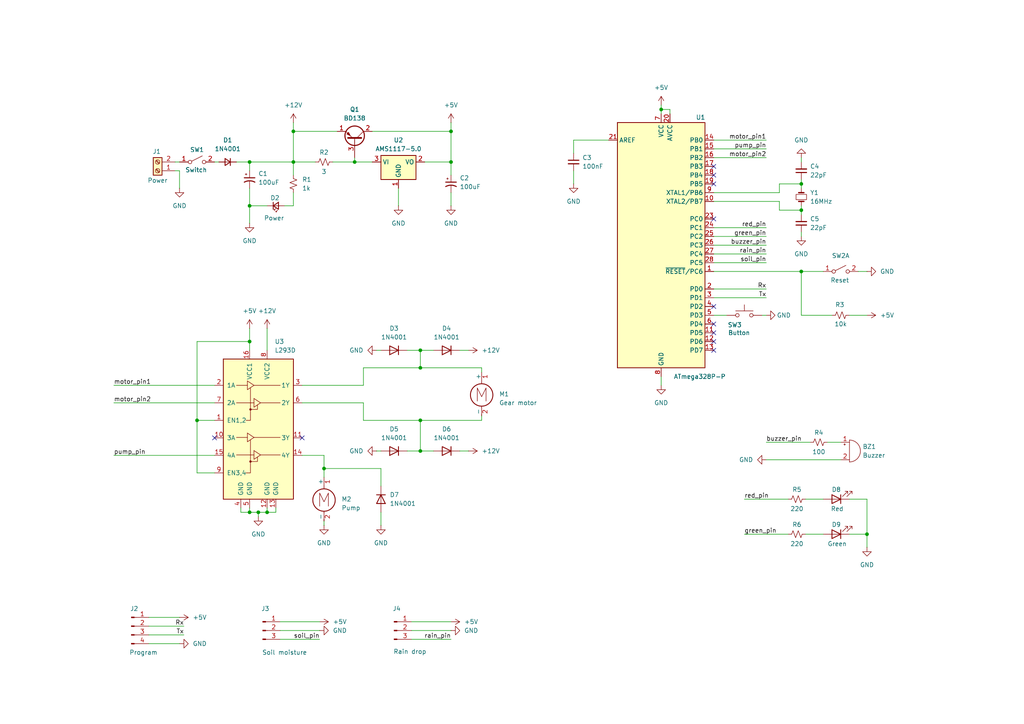
<source format=kicad_sch>
(kicad_sch (version 20231120) (generator "eeschema") (generator_version "8.0")
  (paper "A4")
  (lib_symbols
    (symbol "Connector:Conn_01x03_Pin" (pin_names (offset 1.016) hide)
      (property "Reference" "J" (at 0 5.08 0))
      (property "Value" "Conn_01x03_Pin" (at 0 -5.08 0))
      (symbol "Conn_01x03_Pin_1_1"
        (polyline (pts (xy 1.27 -2.54) (xy 0.8636 -2.54)) (stroke (width 0.1524)))
        (polyline (pts (xy 1.27 0) (xy 0.8636 0)) (stroke (width 0.1524)))
        (polyline (pts (xy 1.27 2.54) (xy 0.8636 2.54)) (stroke (width 0.1524)))
        (rectangle (start 0.8636 -2.413) (end 0 -2.667) (stroke (width 0.1524)) (fill (type outline)))
        (rectangle (start 0.8636 0.127) (end 0 -0.127) (stroke (width 0.1524)) (fill (type outline)))
        (rectangle (start 0.8636 2.667) (end 0 2.413) (stroke (width 0.1524)) (fill (type outline)))
        (pin passive line (at 5.08 2.54 180) (length 3.81) (name "Pin_1") (number "1"))
        (pin passive line (at 5.08 0 180) (length 3.81) (name "Pin_2") (number "2"))
        (pin passive line (at 5.08 -2.54 180) (length 3.81) (name "Pin_3") (number "3"))
      )
    )
    (symbol "Connector:Conn_01x04_Pin" (pin_names (offset 1.016) hide)
      (property "Reference" "J" (at 0 5.08 0))
      (property "Value" "Conn_01x04_Pin" (at 0 -7.62 0))
      (symbol "Conn_01x04_Pin_1_1"
        (polyline (pts (xy 1.27 -5.08) (xy 0.8636 -5.08)) (stroke (width 0.1524)))
        (polyline (pts (xy 1.27 -2.54) (xy 0.8636 -2.54)) (stroke (width 0.1524)))
        (polyline (pts (xy 1.27 0) (xy 0.8636 0)) (stroke (width 0.1524)))
        (polyline (pts (xy 1.27 2.54) (xy 0.8636 2.54)) (stroke (width 0.1524)))
        (rectangle (start 0.8636 -4.953) (end 0 -5.207) (stroke (width 0.1524)) (fill (type outline)))
        (rectangle (start 0.8636 -2.413) (end 0 -2.667) (stroke (width 0.1524)) (fill (type outline)))
        (rectangle (start 0.8636 0.127) (end 0 -0.127) (stroke (width 0.1524)) (fill (type outline)))
        (rectangle (start 0.8636 2.667) (end 0 2.413) (stroke (width 0.1524)) (fill (type outline)))
        (pin passive line (at 5.08 2.54 180) (length 3.81) (name "Pin_1") (number "1"))
        (pin passive line (at 5.08 0 180) (length 3.81) (name "Pin_2") (number "2"))
        (pin passive line (at 5.08 -2.54 180) (length 3.81) (name "Pin_3") (number "3"))
        (pin passive line (at 5.08 -5.08 180) (length 3.81) (name "Pin_4") (number "4"))
      )
    )
    (symbol "Connector:Screw_Terminal_01x02" (pin_names (offset 1.016) hide)
      (property "Reference" "J" (at 0 2.54 0))
      (property "Value" "Screw_Terminal_01x02" (at 0 -5.08 0))
      (symbol "Screw_Terminal_01x02_1_1"
        (rectangle (start -1.27 1.27) (end 1.27 -3.81) (stroke (width 0.254)) (fill (type background)))
        (circle (center 0 -2.54) (radius 0.635) (stroke (width 0.1524)))
        (polyline (pts (xy -0.5334 -2.2098) (xy 0.3302 -3.048)) (stroke (width 0.1524)))
        (polyline (pts (xy -0.5334 0.3302) (xy 0.3302 -0.508)) (stroke (width 0.1524)))
        (polyline (pts (xy -0.3556 -2.032) (xy 0.508 -2.8702)) (stroke (width 0.1524)))
        (polyline (pts (xy -0.3556 0.508) (xy 0.508 -0.3302)) (stroke (width 0.1524)))
        (circle (center 0 0) (radius 0.635) (stroke (width 0.1524)))
        (pin passive line (at -5.08 0 0) (length 3.81) (name "Pin_1") (number "1"))
        (pin passive line (at -5.08 -2.54 0) (length 3.81) (name "Pin_2") (number "2"))
      )
    )
    (symbol "Device:Buzzer" (pin_names (offset 0.0254) hide)
      (property "Reference" "BZ" (at 3.81 1.27 0))
      (property "Value" "Buzzer" (at 3.81 -1.27 0))
      (symbol "Buzzer_0_1"
        (arc (start 0 -3.175) (mid 3.1612 0) (end 0 3.175))
        (polyline (pts (xy -1.651 1.905) (xy -1.143 1.905)))
        (polyline (pts (xy -1.397 2.159) (xy -1.397 1.651)))
        (polyline (pts (xy 0 3.175) (xy 0 -3.175)))
      )
      (symbol "Buzzer_1_1"
        (pin passive line (at -2.54 2.54 0) (length 2.54) (name "+") (number "1"))
        (pin passive line (at -2.54 -2.54 0) (length 2.54) (name "-") (number "2"))
      )
    )
    (symbol "Device:C_Polarized_Small_US" (pin_numbers hide) (pin_names (offset 0.254) hide)
      (property "Reference" "C" (at 0.254 1.778 0))
      (property "Value" "C_Polarized_Small_US" (at 0.254 -2.032 0))
      (symbol "C_Polarized_Small_US_0_1"
        (polyline (pts (xy -1.524 0.508) (xy 1.524 0.508)) (stroke (width 0.3048)))
        (polyline (pts (xy -1.27 1.524) (xy -0.762 1.524)))
        (polyline (pts (xy -1.016 1.27) (xy -1.016 1.778)))
        (arc (start 1.524 -0.762) (mid 0 -0.3734) (end -1.524 -0.762) (stroke (width 0.3048)))
      )
      (symbol "C_Polarized_Small_US_1_1"
        (pin passive line (at 0 2.54 270) (length 2.032) (name "~") (number "1"))
        (pin passive line (at 0 -2.54 90) (length 2.032) (name "~") (number "2"))
      )
    )
    (symbol "Device:C_Small" (pin_numbers hide) (pin_names (offset 0.254) hide)
      (property "Reference" "C" (at 0.254 1.778 0))
      (property "Value" "C_Small" (at 0.254 -2.032 0))
      (symbol "C_Small_0_1"
        (polyline (pts (xy -1.524 -0.508) (xy 1.524 -0.508)) (stroke (width 0.3302)))
        (polyline (pts (xy -1.524 0.508) (xy 1.524 0.508)) (stroke (width 0.3048)))
      )
      (symbol "C_Small_1_1"
        (pin passive line (at 0 2.54 270) (length 2.032) (name "~") (number "1"))
        (pin passive line (at 0 -2.54 90) (length 2.032) (name "~") (number "2"))
      )
    )
    (symbol "Device:Crystal_Small" (pin_numbers hide) (pin_names (offset 1.016) hide)
      (property "Reference" "Y" (at 0 2.54 0))
      (property "Value" "Crystal_Small" (at 0 -2.54 0))
      (symbol "Crystal_Small_0_1"
        (rectangle (start -0.762 -1.524) (end 0.762 1.524))
        (polyline (pts (xy -1.27 -0.762) (xy -1.27 0.762)) (stroke (width 0.381)))
        (polyline (pts (xy 1.27 -0.762) (xy 1.27 0.762)) (stroke (width 0.381)))
      )
      (symbol "Crystal_Small_1_1"
        (pin passive line (at -2.54 0 0) (length 1.27) (name "1") (number "1"))
        (pin passive line (at 2.54 0 180) (length 1.27) (name "2") (number "2"))
      )
    )
    (symbol "Device:D_Small" (pin_numbers hide) (pin_names (offset 0.254) hide)
      (property "Reference" "D" (at -1.27 2.032 0))
      (property "Value" "D_Small" (at -3.81 -2.032 0))
      (symbol "D_Small_0_1"
        (polyline (pts (xy -0.762 -1.016) (xy -0.762 1.016)) (stroke (width 0.254)))
        (polyline (pts (xy -0.762 0) (xy 0.762 0)))
        (polyline (pts (xy 0.762 -1.016) (xy -0.762 0) (xy 0.762 1.016) (xy 0.762 -1.016)) (stroke (width 0.254)))
      )
      (symbol "D_Small_1_1"
        (pin passive line (at -2.54 0 0) (length 1.778) (name "K") (number "1"))
        (pin passive line (at 2.54 0 180) (length 1.778) (name "A") (number "2"))
      )
    )
    (symbol "Device:LED" (pin_numbers hide) (pin_names (offset 1.016) hide)
      (property "Reference" "D" (at 0 2.54 0))
      (property "Value" "LED" (at 0 -2.54 0))
      (symbol "LED_0_1"
        (polyline (pts (xy -1.27 -1.27) (xy -1.27 1.27)) (stroke (width 0.254)))
        (polyline (pts (xy -1.27 0) (xy 1.27 0)))
        (polyline (pts (xy 1.27 -1.27) (xy 1.27 1.27) (xy -1.27 0) (xy 1.27 -1.27)) (stroke (width 0.254)))
        (polyline (pts (xy -3.048 -0.762) (xy -4.572 -2.286) (xy -3.81 -2.286) (xy -4.572 -2.286) (xy -4.572 -1.524)))
        (polyline (pts (xy -1.778 -0.762) (xy -3.302 -2.286) (xy -2.54 -2.286) (xy -3.302 -2.286) (xy -3.302 -1.524)))
      )
      (symbol "LED_1_1"
        (pin passive line (at -3.81 0 0) (length 2.54) (name "K") (number "1"))
        (pin passive line (at 3.81 0 180) (length 2.54) (name "A") (number "2"))
      )
    )
    (symbol "Device:LED_Small" (pin_numbers hide) (pin_names (offset 0.254) hide)
      (property "Reference" "D" (at -1.27 3.175 0))
      (property "Value" "LED_Small" (at -4.445 -2.54 0))
      (symbol "LED_Small_0_1"
        (polyline (pts (xy -0.762 -1.016) (xy -0.762 1.016)) (stroke (width 0.254)))
        (polyline (pts (xy 1.016 0) (xy -0.762 0)))
        (polyline (pts (xy 0.762 -1.016) (xy -0.762 0) (xy 0.762 1.016) (xy 0.762 -1.016)) (stroke (width 0.254)))
        (polyline (pts (xy 0 0.762) (xy -0.508 1.27) (xy -0.254 1.27) (xy -0.508 1.27) (xy -0.508 1.016)))
        (polyline (pts (xy 0.508 1.27) (xy 0 1.778) (xy 0.254 1.778) (xy 0 1.778) (xy 0 1.524)))
      )
      (symbol "LED_Small_1_1"
        (pin passive line (at -2.54 0 0) (length 1.778) (name "K") (number "1"))
        (pin passive line (at 2.54 0 180) (length 1.778) (name "A") (number "2"))
      )
    )
    (symbol "Device:R_Small_US" (pin_numbers hide) (pin_names (offset 0.254) hide)
      (property "Reference" "R" (at 0.762 0.508 0))
      (property "Value" "R_Small_US" (at 0.762 -1.016 0))
      (symbol "R_Small_US_1_1"
        (polyline (pts (xy 0 0) (xy 1.016 -0.381) (xy 0 -0.762) (xy -1.016 -1.143) (xy 0 -1.524)))
        (polyline (pts (xy 0 1.524) (xy 1.016 1.143) (xy 0 0.762) (xy -1.016 0.381) (xy 0 0)))
        (pin passive line (at 0 2.54 270) (length 1.016) (name "~") (number "1"))
        (pin passive line (at 0 -2.54 90) (length 1.016) (name "~") (number "2"))
      )
    )
    (symbol "Diode:1N4001" (pin_numbers hide) (pin_names hide)
      (property "Reference" "D" (at 0 2.54 0))
      (property "Value" "1N4001" (at 0 -2.54 0))
      (symbol "1N4001_0_1"
        (polyline (pts (xy -1.27 1.27) (xy -1.27 -1.27)) (stroke (width 0.254)))
        (polyline (pts (xy 1.27 0) (xy -1.27 0)))
        (polyline (pts (xy 1.27 1.27) (xy 1.27 -1.27) (xy -1.27 0) (xy 1.27 1.27)) (stroke (width 0.254)))
      )
      (symbol "1N4001_1_1"
        (pin passive line (at -3.81 0 0) (length 2.54) (name "K") (number "1"))
        (pin passive line (at 3.81 0 180) (length 2.54) (name "A") (number "2"))
      )
    )
    (symbol "Driver_Motor:L293D" (pin_names (offset 1.016))
      (property "Reference" "U" (at -5.08 26.035 0))
      (property "Value" "L293D" (at -5.08 24.13 0))
      (symbol "L293D_0_1"
        (rectangle (start -10.16 22.86) (end 10.16 -17.78) (stroke (width 0.254)) (fill (type background)))
        (circle (center -2.286 -6.858) (radius 0.254) (fill (type outline)))
        (circle (center -2.286 8.255) (radius 0.254) (fill (type outline)))
        (polyline (pts (xy -6.35 -4.953) (xy -1.27 -4.953)))
        (polyline (pts (xy -6.35 0.127) (xy -3.175 0.127)))
        (polyline (pts (xy -6.35 10.16) (xy -1.27 10.16)))
        (polyline (pts (xy -6.35 15.24) (xy -3.175 15.24)))
        (polyline (pts (xy -1.27 0.127) (xy 6.35 0.127)))
        (polyline (pts (xy -1.27 15.24) (xy 6.35 15.24)))
        (polyline (pts (xy 0.635 -4.953) (xy 6.35 -4.953)))
        (polyline (pts (xy 0.635 10.16) (xy 6.35 10.16)))
        (polyline (pts (xy -2.286 -6.858) (xy -0.254 -6.858) (xy -0.254 -5.588)))
        (polyline (pts (xy -2.286 -0.635) (xy -2.286 -10.16) (xy -3.556 -10.16)))
        (polyline (pts (xy -2.286 8.255) (xy -0.254 8.255) (xy -0.254 9.525)))
        (polyline (pts (xy -2.286 14.478) (xy -2.286 5.08) (xy -3.556 5.08)))
        (polyline (pts (xy -3.175 1.397) (xy -3.175 -1.143) (xy -1.27 0.127) (xy -3.175 1.397)))
        (polyline (pts (xy -3.175 16.51) (xy -3.175 13.97) (xy -1.27 15.24) (xy -3.175 16.51)))
        (polyline (pts (xy -1.27 -3.683) (xy -1.27 -6.223) (xy 0.635 -4.953) (xy -1.27 -3.683)))
        (polyline (pts (xy -1.27 11.43) (xy -1.27 8.89) (xy 0.635 10.16) (xy -1.27 11.43)))
      )
      (symbol "L293D_1_1"
        (pin input line (at -12.7 5.08 0) (length 2.54) (name "EN1,2") (number "1"))
        (pin input line (at -12.7 0 0) (length 2.54) (name "3A") (number "10"))
        (pin output line (at 12.7 0 180) (length 2.54) (name "3Y") (number "11"))
        (pin power_in line (at 2.54 -20.32 90) (length 2.54) (name "GND") (number "12"))
        (pin power_in line (at 5.08 -20.32 90) (length 2.54) (name "GND") (number "13"))
        (pin output line (at 12.7 -5.08 180) (length 2.54) (name "4Y") (number "14"))
        (pin input line (at -12.7 -5.08 0) (length 2.54) (name "4A") (number "15"))
        (pin power_in line (at -2.54 25.4 270) (length 2.54) (name "VCC1") (number "16"))
        (pin input line (at -12.7 15.24 0) (length 2.54) (name "1A") (number "2"))
        (pin output line (at 12.7 15.24 180) (length 2.54) (name "1Y") (number "3"))
        (pin power_in line (at -5.08 -20.32 90) (length 2.54) (name "GND") (number "4"))
        (pin power_in line (at -2.54 -20.32 90) (length 2.54) (name "GND") (number "5"))
        (pin output line (at 12.7 10.16 180) (length 2.54) (name "2Y") (number "6"))
        (pin input line (at -12.7 10.16 0) (length 2.54) (name "2A") (number "7"))
        (pin power_in line (at 2.54 25.4 270) (length 2.54) (name "VCC2") (number "8"))
        (pin input line (at -12.7 -10.16 0) (length 2.54) (name "EN3,4") (number "9"))
      )
    )
    (symbol "MCU_Microchip_ATmega:ATmega328P-P"
      (property "Reference" "U" (at -12.7 36.83 0))
      (property "Value" "ATmega328P-P" (at 2.54 -36.83 0))
      (symbol "ATmega328P-P_0_1"
        (rectangle (start -12.7 -35.56) (end 12.7 35.56) (stroke (width 0.254)) (fill (type background)))
      )
      (symbol "ATmega328P-P_1_1"
        (pin bidirectional line (at 15.24 -7.62 180) (length 2.54) (name "~{RESET}/PC6") (number "1"))
        (pin bidirectional line (at 15.24 12.7 180) (length 2.54) (name "XTAL2/PB7") (number "10"))
        (pin bidirectional line (at 15.24 -25.4 180) (length 2.54) (name "PD5") (number "11"))
        (pin bidirectional line (at 15.24 -27.94 180) (length 2.54) (name "PD6") (number "12"))
        (pin bidirectional line (at 15.24 -30.48 180) (length 2.54) (name "PD7") (number "13"))
        (pin bidirectional line (at 15.24 30.48 180) (length 2.54) (name "PB0") (number "14"))
        (pin bidirectional line (at 15.24 27.94 180) (length 2.54) (name "PB1") (number "15"))
        (pin bidirectional line (at 15.24 25.4 180) (length 2.54) (name "PB2") (number "16"))
        (pin bidirectional line (at 15.24 22.86 180) (length 2.54) (name "PB3") (number "17"))
        (pin bidirectional line (at 15.24 20.32 180) (length 2.54) (name "PB4") (number "18"))
        (pin bidirectional line (at 15.24 17.78 180) (length 2.54) (name "PB5") (number "19"))
        (pin bidirectional line (at 15.24 -12.7 180) (length 2.54) (name "PD0") (number "2"))
        (pin power_in line (at 2.54 38.1 270) (length 2.54) (name "AVCC") (number "20"))
        (pin passive line (at -15.24 30.48 0) (length 2.54) (name "AREF") (number "21"))
        (pin passive line (at 0 -38.1 90) (length 2.54) hide (name "GND") (number "22"))
        (pin bidirectional line (at 15.24 7.62 180) (length 2.54) (name "PC0") (number "23"))
        (pin bidirectional line (at 15.24 5.08 180) (length 2.54) (name "PC1") (number "24"))
        (pin bidirectional line (at 15.24 2.54 180) (length 2.54) (name "PC2") (number "25"))
        (pin bidirectional line (at 15.24 0 180) (length 2.54) (name "PC3") (number "26"))
        (pin bidirectional line (at 15.24 -2.54 180) (length 2.54) (name "PC4") (number "27"))
        (pin bidirectional line (at 15.24 -5.08 180) (length 2.54) (name "PC5") (number "28"))
        (pin bidirectional line (at 15.24 -15.24 180) (length 2.54) (name "PD1") (number "3"))
        (pin bidirectional line (at 15.24 -17.78 180) (length 2.54) (name "PD2") (number "4"))
        (pin bidirectional line (at 15.24 -20.32 180) (length 2.54) (name "PD3") (number "5"))
        (pin bidirectional line (at 15.24 -22.86 180) (length 2.54) (name "PD4") (number "6"))
        (pin power_in line (at 0 38.1 270) (length 2.54) (name "VCC") (number "7"))
        (pin power_in line (at 0 -38.1 90) (length 2.54) (name "GND") (number "8"))
        (pin bidirectional line (at 15.24 15.24 180) (length 2.54) (name "XTAL1/PB6") (number "9"))
      )
    )
    (symbol "Motor:Motor_DC" (pin_names (offset 0))
      (property "Reference" "M" (at 2.54 2.54 0))
      (property "Value" "Motor_DC" (at 2.54 -5.08 0))
      (symbol "Motor_DC_0_0"
        (polyline (pts (xy -1.27 -3.302) (xy -1.27 0.508) (xy 0 -2.032) (xy 1.27 0.508) (xy 1.27 -3.302)))
      )
      (symbol "Motor_DC_0_1"
        (circle (center 0 -1.524) (radius 3.2512) (stroke (width 0.254)))
        (polyline (pts (xy 0 -7.62) (xy 0 -7.112)))
        (polyline (pts (xy 0 -4.7752) (xy 0 -5.1816)))
        (polyline (pts (xy 0 1.7272) (xy 0 2.0828)))
        (polyline (pts (xy 0 2.032) (xy 0 2.54)))
      )
      (symbol "Motor_DC_1_1"
        (pin passive line (at 0 5.08 270) (length 2.54) (name "+") (number "1"))
        (pin passive line (at 0 -7.62 90) (length 2.54) (name "-") (number "2"))
      )
    )
    (symbol "Regulator_Linear:AMS1117-5.0"
      (property "Reference" "U" (at -3.81 3.175 0))
      (property "Value" "AMS1117-5.0" (at 0 3.175 0))
      (symbol "AMS1117-5.0_0_1"
        (rectangle (start -5.08 -5.08) (end 5.08 1.905) (stroke (width 0.254)) (fill (type background)))
      )
      (symbol "AMS1117-5.0_1_1"
        (pin power_in line (at 0 -7.62 90) (length 2.54) (name "GND") (number "1"))
        (pin power_out line (at 7.62 0 180) (length 2.54) (name "VO") (number "2"))
        (pin power_in line (at -7.62 0 0) (length 2.54) (name "VI") (number "3"))
      )
    )
    (symbol "Switch:SW_DPST_x2" (pin_names (offset 0) hide)
      (property "Reference" "SW" (at 0 3.175 0))
      (property "Value" "SW_DPST_x2" (at 0 -2.54 0))
      (symbol "SW_DPST_x2_0_0"
        (circle (center -2.032 0) (radius 0.508))
        (polyline (pts (xy -1.524 0.254) (xy 1.524 1.778)))
        (circle (center 2.032 0) (radius 0.508))
      )
      (symbol "SW_DPST_x2_1_1"
        (pin passive line (at -5.08 0 0) (length 2.54) (name "A") (number "1"))
        (pin passive line (at 5.08 0 180) (length 2.54) (name "B") (number "2"))
      )
      (symbol "SW_DPST_x2_2_1"
        (pin passive line (at -5.08 0 0) (length 2.54) (name "A") (number "3"))
        (pin passive line (at 5.08 0 180) (length 2.54) (name "B") (number "4"))
      )
    )
    (symbol "Switch:SW_Push" (pin_numbers hide) (pin_names (offset 1.016) hide)
      (property "Reference" "SW" (at 1.27 2.54 0))
      (property "Value" "SW_Push" (at 0 -1.524 0))
      (symbol "SW_Push_0_1"
        (circle (center -2.032 0) (radius 0.508))
        (polyline (pts (xy 0 1.27) (xy 0 3.048)))
        (polyline (pts (xy 2.54 1.27) (xy -2.54 1.27)))
        (circle (center 2.032 0) (radius 0.508))
        (pin passive line (at -5.08 0 0) (length 2.54) (name "1") (number "1"))
        (pin passive line (at 5.08 0 180) (length 2.54) (name "2") (number "2"))
      )
    )
    (symbol "Switch:SW_SPST" (pin_names (offset 0) hide)
      (property "Reference" "SW" (at 0 3.175 0))
      (property "Value" "SW_SPST" (at 0 -2.54 0))
      (symbol "SW_SPST_0_0"
        (circle (center -2.032 0) (radius 0.508))
        (polyline (pts (xy -1.524 0.254) (xy 1.524 1.778)))
        (circle (center 2.032 0) (radius 0.508))
      )
      (symbol "SW_SPST_1_1"
        (pin passive line (at -5.08 0 0) (length 2.54) (name "A") (number "1"))
        (pin passive line (at 5.08 0 180) (length 2.54) (name "B") (number "2"))
      )
    )
    (symbol "Transistor_BJT:BD138" (pin_names (offset 0) hide)
      (property "Reference" "Q" (at 5.08 1.905 0))
      (property "Value" "BD138" (at 5.08 0 0))
      (symbol "BD138_0_1"
        (polyline (pts (xy 0 0) (xy 0.635 0)))
        (polyline (pts (xy 2.54 -2.54) (xy 0.635 -0.635)))
        (polyline (pts (xy 2.54 2.54) (xy 0.635 0.635)))
        (polyline (pts (xy 0.635 1.905) (xy 0.635 -1.905) (xy 0.635 -1.905)) (stroke (width 0.508)) (fill (type outline)))
        (polyline (pts (xy 1.778 -2.286) (xy 2.286 -1.778) (xy 1.27 -1.27) (xy 1.778 -2.286) (xy 1.778 -2.286)) (fill (type outline)))
        (circle (center 1.27 0) (radius 2.8194) (stroke (width 0.3048)))
      )
      (symbol "BD138_1_1"
        (pin passive line (at 2.54 -5.08 90) (length 2.54) (name "E") (number "1"))
        (pin passive line (at 2.54 5.08 270) (length 2.54) (name "C") (number "2"))
        (pin input line (at -5.08 0 0) (length 5.08) (name "B") (number "3"))
      )
    )
    (symbol "power:+12V" (power) (pin_numbers hide) (pin_names (offset 0) hide)
      (property "Value" "+12V" (at 0 3.556 0))
      (symbol "+12V_0_1"
        (polyline (pts (xy -0.762 1.27) (xy 0 2.54)))
        (polyline (pts (xy 0 0) (xy 0 2.54)))
        (polyline (pts (xy 0 2.54) (xy 0.762 1.27)))
      )
      (symbol "+12V_1_1"
        (pin power_in line (at 0 0 90) (length 0) (name "~") (number "1"))
      )
    )
    (symbol "power:+3.3V" (power) (pin_numbers hide) (pin_names (offset 0) hide)
      (property "Value" "+3.3V" (at 0 3.556 0))
      (symbol "+3.3V_0_1"
        (polyline (pts (xy -0.762 1.27) (xy 0 2.54)))
        (polyline (pts (xy 0 0) (xy 0 2.54)))
        (polyline (pts (xy 0 2.54) (xy 0.762 1.27)))
      )
      (symbol "+3.3V_1_1"
        (pin power_in line (at 0 0 90) (length 0) (name "~") (number "1"))
      )
    )
    (symbol "power:+5V" (power) (pin_numbers hide) (pin_names (offset 0) hide)
      (property "Value" "+5V" (at 0 3.556 0))
      (symbol "+5V_0_1"
        (polyline (pts (xy -0.762 1.27) (xy 0 2.54)))
        (polyline (pts (xy 0 0) (xy 0 2.54)))
        (polyline (pts (xy 0 2.54) (xy 0.762 1.27)))
      )
      (symbol "+5V_1_1"
        (pin power_in line (at 0 0 90) (length 0) (name "~") (number "1"))
      )
    )
    (symbol "power:GND" (power) (pin_numbers hide) (pin_names (offset 0) hide)
      (property "Value" "GND" (at 0 -3.81 0))
      (symbol "GND_0_1"
        (polyline (pts (xy 0 0) (xy 0 -1.27) (xy 1.27 -1.27) (xy 0 -2.54) (xy -1.27 -1.27) (xy 0 -1.27)))
      )
      (symbol "GND_1_1"
        (pin power_in line (at 0 0 270) (length 0) (name "~") (number "1"))
      )
    )
  )
  (junction (at 130.81 38.1))
  (junction (at 74.93 148.59))
  (junction (at 57.15 121.92))
  (junction (at 121.92 121.92))
  (junction (at 121.92 106.68))
  (junction (at 102.87 46.99))
  (junction (at 72.39 99.06))
  (junction (at 130.81 46.99))
  (junction (at 72.39 59.69))
  (junction (at 85.09 46.99))
  (junction (at 72.39 148.59))
  (junction (at 121.92 101.6))
  (junction (at 232.41 53.34))
  (junction (at 72.39 46.99))
  (junction (at 85.09 38.1))
  (junction (at 232.41 60.96))
  (junction (at 121.92 130.81))
  (junction (at 77.47 148.59))
  (junction (at 191.77 31.75))
  (junction (at 93.98 135.89))
  (junction (at 232.41 78.74))
  (junction (at 251.46 154.94))
  (no_connect (at 207.01 53.34))
  (no_connect (at 207.01 50.8))
  (no_connect (at 207.01 93.98))
  (no_connect (at 62.23 127))
  (no_connect (at 207.01 48.26))
  (no_connect (at 207.01 88.9))
  (no_connect (at 207.01 96.52))
  (no_connect (at 207.01 99.06))
  (no_connect (at 207.01 63.5))
  (no_connect (at 207.01 101.6))
  (no_connect (at 87.63 127))
  (wire (pts (xy 80.01 148.59) (xy 77.47 148.59)))
  (wire (pts (xy 226.06 58.42) (xy 226.06 60.96)))
  (wire (pts (xy 72.39 46.99) (xy 72.39 49.53)))
  (wire (pts (xy 121.92 121.92) (xy 139.7 121.92)))
  (wire (pts (xy 232.41 45.72) (xy 232.41 46.99)))
  (wire (pts (xy 43.18 186.69) (xy 52.07 186.69)))
  (wire (pts (xy 102.87 46.99) (xy 107.95 46.99)))
  (wire (pts (xy 207.01 45.72) (xy 222.25 45.72)))
  (wire (pts (xy 207.01 40.64) (xy 222.25 40.64)))
  (wire (pts (xy 105.41 106.68) (xy 105.41 111.76)))
  (wire (pts (xy 33.02 132.08) (xy 62.23 132.08)))
  (wire (pts (xy 85.09 38.1) (xy 85.09 46.99)))
  (wire (pts (xy 226.06 55.88) (xy 207.01 55.88)))
  (wire (pts (xy 121.92 121.92) (xy 121.92 130.81)))
  (wire (pts (xy 81.28 185.42) (xy 92.71 185.42)))
  (wire (pts (xy 207.01 83.82) (xy 222.25 83.82)))
  (wire (pts (xy 72.39 59.69) (xy 72.39 64.77)))
  (wire (pts (xy 72.39 95.25) (xy 72.39 99.06)))
  (wire (pts (xy 251.46 154.94) (xy 251.46 158.75)))
  (wire (pts (xy 72.39 101.6) (xy 72.39 99.06)))
  (wire (pts (xy 233.68 144.78) (xy 238.76 144.78)))
  (wire (pts (xy 232.41 53.34) (xy 232.41 54.61)))
  (wire (pts (xy 77.47 148.59) (xy 74.93 148.59)))
  (wire (pts (xy 77.47 59.69) (xy 72.39 59.69)))
  (wire (pts (xy 118.11 101.6) (xy 121.92 101.6)))
  (wire (pts (xy 133.35 130.81) (xy 135.89 130.81)))
  (wire (pts (xy 93.98 151.13) (xy 93.98 152.4)))
  (wire (pts (xy 118.11 130.81) (xy 121.92 130.81)))
  (wire (pts (xy 130.81 35.56) (xy 130.81 38.1)))
  (wire (pts (xy 176.53 40.64) (xy 166.37 40.64)))
  (wire (pts (xy 207.01 78.74) (xy 232.41 78.74)))
  (wire (pts (xy 215.9 154.94) (xy 228.6 154.94)))
  (wire (pts (xy 121.92 130.81) (xy 125.73 130.81)))
  (wire (pts (xy 57.15 137.16) (xy 62.23 137.16)))
  (wire (pts (xy 220.98 91.44) (xy 222.25 91.44)))
  (wire (pts (xy 43.18 181.61) (xy 53.34 181.61)))
  (wire (pts (xy 121.92 106.68) (xy 105.41 106.68)))
  (wire (pts (xy 248.92 78.74) (xy 251.46 78.74)))
  (wire (pts (xy 222.25 133.35) (xy 243.84 133.35)))
  (wire (pts (xy 233.68 154.94) (xy 238.76 154.94)))
  (wire (pts (xy 109.22 101.6) (xy 110.49 101.6)))
  (wire (pts (xy 119.38 180.34) (xy 130.81 180.34)))
  (wire (pts (xy 207.01 73.66) (xy 222.25 73.66)))
  (wire (pts (xy 123.19 46.99) (xy 130.81 46.99)))
  (wire (pts (xy 96.52 46.99) (xy 102.87 46.99)))
  (wire (pts (xy 139.7 121.92) (xy 139.7 120.65)))
  (wire (pts (xy 110.49 148.59) (xy 110.49 152.4)))
  (wire (pts (xy 207.01 76.2) (xy 222.25 76.2)))
  (wire (pts (xy 241.3 91.44) (xy 232.41 91.44)))
  (wire (pts (xy 207.01 66.04) (xy 222.25 66.04)))
  (wire (pts (xy 85.09 38.1) (xy 97.79 38.1)))
  (wire (pts (xy 72.39 147.32) (xy 72.39 148.59)))
  (wire (pts (xy 110.49 135.89) (xy 110.49 140.97)))
  (wire (pts (xy 121.92 101.6) (xy 125.73 101.6)))
  (wire (pts (xy 72.39 59.69) (xy 72.39 54.61)))
  (wire (pts (xy 251.46 144.78) (xy 251.46 154.94)))
  (wire (pts (xy 85.09 46.99) (xy 91.44 46.99)))
  (wire (pts (xy 246.38 144.78) (xy 251.46 144.78)))
  (wire (pts (xy 226.06 53.34) (xy 226.06 55.88)))
  (wire (pts (xy 85.09 35.56) (xy 85.09 38.1)))
  (wire (pts (xy 81.28 180.34) (xy 92.71 180.34)))
  (wire (pts (xy 77.47 147.32) (xy 77.47 148.59)))
  (wire (pts (xy 191.77 109.22) (xy 191.77 111.76)))
  (wire (pts (xy 77.47 95.25) (xy 77.47 101.6)))
  (wire (pts (xy 93.98 132.08) (xy 93.98 135.89)))
  (wire (pts (xy 139.7 107.95) (xy 139.7 106.68)))
  (wire (pts (xy 222.25 128.27) (xy 234.95 128.27)))
  (wire (pts (xy 119.38 182.88) (xy 130.81 182.88)))
  (wire (pts (xy 207.01 68.58) (xy 222.25 68.58)))
  (wire (pts (xy 82.55 59.69) (xy 85.09 59.69)))
  (wire (pts (xy 133.35 101.6) (xy 135.89 101.6)))
  (wire (pts (xy 105.41 121.92) (xy 121.92 121.92)))
  (wire (pts (xy 68.58 46.99) (xy 72.39 46.99)))
  (wire (pts (xy 232.41 59.69) (xy 232.41 60.96)))
  (wire (pts (xy 139.7 106.68) (xy 121.92 106.68)))
  (wire (pts (xy 240.03 128.27) (xy 243.84 128.27)))
  (wire (pts (xy 57.15 99.06) (xy 57.15 121.92)))
  (wire (pts (xy 80.01 147.32) (xy 80.01 148.59)))
  (wire (pts (xy 87.63 132.08) (xy 93.98 132.08)))
  (wire (pts (xy 33.02 111.76) (xy 62.23 111.76)))
  (wire (pts (xy 207.01 58.42) (xy 226.06 58.42)))
  (wire (pts (xy 52.07 49.53) (xy 52.07 54.61)))
  (wire (pts (xy 246.38 91.44) (xy 251.46 91.44)))
  (wire (pts (xy 93.98 138.43) (xy 93.98 135.89)))
  (wire (pts (xy 81.28 182.88) (xy 92.71 182.88)))
  (wire (pts (xy 87.63 111.76) (xy 105.41 111.76)))
  (wire (pts (xy 52.07 46.99) (xy 50.8 46.99)))
  (wire (pts (xy 72.39 99.06) (xy 57.15 99.06)))
  (wire (pts (xy 115.57 54.61) (xy 115.57 59.69)))
  (wire (pts (xy 232.41 52.07) (xy 232.41 53.34)))
  (wire (pts (xy 57.15 121.92) (xy 62.23 121.92)))
  (wire (pts (xy 43.18 184.15) (xy 53.34 184.15)))
  (wire (pts (xy 194.31 33.02) (xy 194.31 31.75)))
  (wire (pts (xy 130.81 46.99) (xy 130.81 50.8)))
  (wire (pts (xy 166.37 40.64) (xy 166.37 44.45)))
  (wire (pts (xy 69.85 148.59) (xy 69.85 147.32)))
  (wire (pts (xy 207.01 86.36) (xy 222.25 86.36)))
  (wire (pts (xy 166.37 49.53) (xy 166.37 53.34)))
  (wire (pts (xy 93.98 135.89) (xy 110.49 135.89)))
  (wire (pts (xy 207.01 43.18) (xy 222.25 43.18)))
  (wire (pts (xy 57.15 121.92) (xy 57.15 137.16)))
  (wire (pts (xy 62.23 46.99) (xy 63.5 46.99)))
  (wire (pts (xy 207.01 91.44) (xy 210.82 91.44)))
  (wire (pts (xy 130.81 55.88) (xy 130.81 59.69)))
  (wire (pts (xy 232.41 60.96) (xy 232.41 62.23)))
  (wire (pts (xy 52.07 49.53) (xy 50.8 49.53)))
  (wire (pts (xy 33.02 116.84) (xy 62.23 116.84)))
  (wire (pts (xy 232.41 78.74) (xy 238.76 78.74)))
  (wire (pts (xy 226.06 60.96) (xy 232.41 60.96)))
  (wire (pts (xy 215.9 144.78) (xy 228.6 144.78)))
  (wire (pts (xy 87.63 116.84) (xy 105.41 116.84)))
  (wire (pts (xy 119.38 185.42) (xy 130.81 185.42)))
  (wire (pts (xy 232.41 67.31) (xy 232.41 68.58)))
  (wire (pts (xy 43.18 179.07) (xy 52.07 179.07)))
  (wire (pts (xy 207.01 71.12) (xy 222.25 71.12)))
  (wire (pts (xy 105.41 116.84) (xy 105.41 121.92)))
  (wire (pts (xy 85.09 59.69) (xy 85.09 55.88)))
  (wire (pts (xy 74.93 148.59) (xy 74.93 149.86)))
  (wire (pts (xy 232.41 53.34) (xy 226.06 53.34)))
  (wire (pts (xy 194.31 31.75) (xy 191.77 31.75)))
  (wire (pts (xy 107.95 38.1) (xy 130.81 38.1)))
  (wire (pts (xy 246.38 154.94) (xy 251.46 154.94)))
  (wire (pts (xy 232.41 91.44) (xy 232.41 78.74)))
  (wire (pts (xy 130.81 38.1) (xy 130.81 46.99)))
  (wire (pts (xy 72.39 148.59) (xy 69.85 148.59)))
  (wire (pts (xy 102.87 45.72) (xy 102.87 46.99)))
  (wire (pts (xy 85.09 46.99) (xy 85.09 50.8)))
  (wire (pts (xy 191.77 31.75) (xy 191.77 33.02)))
  (wire (pts (xy 72.39 46.99) (xy 85.09 46.99)))
  (wire (pts (xy 109.22 130.81) (xy 110.49 130.81)))
  (wire (pts (xy 121.92 101.6) (xy 121.92 106.68)))
  (wire (pts (xy 74.93 148.59) (xy 72.39 148.59)))
  (wire (pts (xy 191.77 31.75) (xy 191.77 30.48)))
  (label "red_pin" (at 222.25 66.04 180))
  (label "soil_pin" (at 92.71 185.42 180))
  (label "motor_pin2" (at 222.25 45.72 180))
  (label "rain_pin" (at 130.81 185.42 180))
  (label "red_pin" (at 215.9 144.78 0))
  (label "pump_pin" (at 33.02 132.08 0))
  (label "buzzer_pin" (at 222.25 71.12 180))
  (label "Tx" (at 222.25 86.36 180))
  (label "Rx" (at 53.34 181.61 180))
  (label "pump_pin" (at 222.25 43.18 180))
  (label "green_pin" (at 215.9 154.94 0))
  (label "Tx" (at 53.34 184.15 180))
  (label "green_pin" (at 222.25 68.58 180))
  (label "rain_pin" (at 222.25 73.66 180))
  (label "Rx" (at 222.25 83.82 180))
  (label "motor_pin2" (at 33.02 116.84 0))
  (label "buzzer_pin" (at 222.25 128.27 0))
  (label "motor_pin1" (at 222.25 40.64 180))
  (label "motor_pin1" (at 33.02 111.76 0))
  (label "soil_pin" (at 222.25 76.2 180))
  (symbol (lib_id "power:GND") (at 222.25 91.44 90) (unit 1)
    (property "Reference" "#PWR030" (effects (hide yes)))
    (property "Value" "GND" (at 225.298 91.44 90) (effects (justify right)))
    (property "Description" "Power symbol creates a global label with name \"GND\" , ground" (effects (hide yes)))
  )
  (symbol (lib_id "Device:C_Small") (at 232.41 49.53 180) (unit 1)
    (property "Reference" "C4" (at 234.95 48.2535 0) (effects (justify right)))
    (property "Value" "22pF" (at 234.95 50.7935 0) (effects (justify right)))
    (property "Footprint" "Capacitor_THT:C_Disc_D3.0mm_W1.6mm_P2.50mm" (effects (hide yes)))
    (property "Description" "Unpolarized capacitor, small symbol" (effects (hide yes)))
  )
  (symbol (lib_id "Device:C_Small") (at 166.37 46.99 0) (unit 1)
    (property "Reference" "C3" (at 168.91 45.7262 0) (effects (justify left)))
    (property "Value" "100nF" (at 168.91 48.2662 0) (effects (justify left)))
    (property "Footprint" "Capacitor_THT:C_Disc_D3.0mm_W1.6mm_P2.50mm" (effects (hide yes)))
    (property "Description" "Unpolarized capacitor, small symbol" (effects (hide yes)))
  )
  (symbol (lib_id "Motor:Motor_DC") (at 139.7 113.03 0) (unit 1)
    (property "Reference" "M1" (at 144.78 114.2999 0) (effects (justify left)))
    (property "Value" "Gear motor" (at 144.78 116.8399 0) (effects (justify left)))
    (property "Footprint" "TerminalBlock:TerminalBlock_bornier-2_P5.08mm" (effects (hide yes)))
    (property "Description" "DC Motor" (effects (hide yes)))
  )
  (symbol (lib_id "Connector:Conn_01x03_Pin") (at 114.3 182.88 0) (unit 1)
    (property "Reference" "J4" (at 115.062 176.53 0))
    (property "Value" "Rain drop " (at 119.38 188.976 0))
    (property "Footprint" "Connector_PinHeader_2.54mm:PinHeader_1x03_P2.54mm_Vertical" (effects (hide yes)))
    (property "Description" "Generic connector, single row, 01x03, script generated" (effects (hide yes)))
  )
  (symbol (lib_id "power:GND") (at 72.39 64.77 0) (unit 1)
    (property "Reference" "#PWR02" (effects (hide yes)))
    (property "Value" "GND" (at 72.39 69.85 0))
    (property "Description" "Power symbol creates a global label with name \"GND\" , ground" (effects (hide yes)))
  )
  (symbol (lib_id "power:GND") (at 130.81 59.69 0) (unit 1)
    (property "Reference" "#PWR06" (effects (hide yes)))
    (property "Value" "GND" (at 130.81 64.77 0))
    (property "Description" "Power symbol creates a global label with name \"GND\" , ground" (effects (hide yes)))
  )
  (symbol (lib_id "Switch:SW_Push") (at 215.9 91.44 0) (unit 1)
    (property "Reference" "SW3" (at 213.106 94.234 0))
    (property "Value" "Button" (at 214.376 96.52 0))
    (property "Footprint" "TestPoint:TestPoint_2Pads_Pitch2.54mm_Drill0.8mm" (effects (hide yes)))
    (property "Description" "Push button switch, generic, two pins" (effects (hide yes)))
  )
  (symbol (lib_id "power:+5V") (at 251.46 91.44 270) (unit 1)
    (property "Reference" "#PWR013" (effects (hide yes)))
    (property "Value" "+5V" (at 255.27 91.4399 90) (effects (justify left)))
    (property "Description" "Power symbol creates a global label with name \"+5V\"" (effects (hide yes)))
  )
  (symbol (lib_id "power:GND") (at 109.22 101.6 270) (unit 1)
    (property "Reference" "#PWR021" (effects (hide yes)))
    (property "Value" "GND" (at 105.41 101.5999 90) (effects (justify right)))
    (property "Description" "Power symbol creates a global label with name \"GND\" , ground" (effects (hide yes)))
  )
  (symbol (lib_id "Device:R_Small_US") (at 231.14 154.94 90) (unit 1)
    (property "Reference" "R6" (at 231.14 152.146 90))
    (property "Value" "220" (at 231.14 157.734 90))
    (property "Footprint" "Resistor_THT:R_Axial_DIN0207_L6.3mm_D2.5mm_P10.16mm_Horizontal" (effects (hide yes)))
    (property "Description" "Resistor, small US symbol" (effects (hide yes)))
  )
  (symbol (lib_id "Device:LED") (at 242.57 154.94 180) (unit 1)
    (property "Reference" "D9" (at 242.57 152.146 0))
    (property "Value" "Green" (at 242.824 157.734 0))
    (property "Footprint" "LED_THT:LED_D3.0mm" (effects (hide yes)))
    (property "Description" "Light emitting diode" (effects (hide yes)))
  )
  (symbol (lib_id "power:GND") (at 130.81 182.88 90) (unit 1)
    (property "Reference" "#PWR028" (effects (hide yes)))
    (property "Value" "GND" (at 134.62 182.8799 90) (effects (justify right)))
    (property "Description" "Power symbol creates a global label with name \"GND\" , ground" (effects (hide yes)))
  )
  (symbol (lib_id "Connector:Screw_Terminal_01x02") (at 45.72 49.53 180) (unit 1)
    (property "Reference" "J1" (at 45.466 43.942 0))
    (property "Value" "Power" (at 45.72 52.324 0))
    (property "Footprint" "TerminalBlock:TerminalBlock_bornier-2_P5.08mm" (effects (hide yes)))
    (property "Description" "Generic screw terminal, single row, 01x02, script generated (kicad-library-utils/schlib/autogen/connector/)" (effects (hide yes)))
  )
  (symbol (lib_id "Device:R_Small_US") (at 93.98 46.99 90) (unit 1)
    (property "Reference" "R2" (at 93.98 44.196 90))
    (property "Value" "3" (at 93.98 49.784 90))
    (property "Footprint" "Resistor_THT:R_Axial_DIN0207_L6.3mm_D2.5mm_P10.16mm_Horizontal" (effects (hide yes)))
    (property "Description" "Resistor, small US symbol" (effects (hide yes)))
  )
  (symbol (lib_id "Diode:1N4001") (at 110.49 144.78 270) (unit 1)
    (property "Reference" "D7" (at 113.03 143.5099 90) (effects (justify left)))
    (property "Value" "1N4001" (at 113.03 146.0499 90) (effects (justify left)))
    (property "Footprint" "Diode_THT:D_DO-41_SOD81_P10.16mm_Horizontal" (effects (hide yes)))
    (property "Datasheet" "http://www.vishay.com/docs/88503/1n4001.pdf" (effects (hide yes)))
    (property "Description" "50V 1A General Purpose Rectifier Diode, DO-41" (effects (hide yes)))
    (property "Sim.Device" "D" (effects (hide yes)))
    (property "Sim.Pins" "1=K 2=A" (effects (hide yes)))
  )
  (symbol (lib_id "power:GND") (at 92.71 182.88 90) (unit 1)
    (property "Reference" "#PWR026" (effects (hide yes)))
    (property "Value" "GND" (at 96.52 182.8799 90) (effects (justify right)))
    (property "Description" "Power symbol creates a global label with name \"GND\" , ground" (effects (hide yes)))
  )
  (symbol (lib_id "Device:Buzzer") (at 246.38 130.81 0) (unit 1)
    (property "Reference" "BZ1" (at 250.19 129.5399 0) (effects (justify left)))
    (property "Value" "Buzzer" (at 250.19 132.0799 0) (effects (justify left)))
    (property "Footprint" "Buzzer_Beeper:Buzzer_12x9.5RM7.6" (effects (hide yes)))
    (property "Description" "Buzzer, polarized" (effects (hide yes)))
  )
  (symbol (lib_id "power:+12V") (at 135.89 130.81 270) (unit 1)
    (property "Reference" "#PWR020" (effects (hide yes)))
    (property "Value" "+12V" (at 139.7 130.8099 90) (effects (justify left)))
    (property "Description" "Power symbol creates a global label with name \"+12V\"" (effects (hide yes)))
  )
  (symbol (lib_id "Diode:1N4001") (at 129.54 130.81 180) (unit 1)
    (property "Reference" "D6" (at 129.54 124.46 0))
    (property "Value" "1N4001" (at 129.54 127 0))
    (property "Footprint" "Diode_THT:D_DO-41_SOD81_P10.16mm_Horizontal" (effects (hide yes)))
    (property "Datasheet" "http://www.vishay.com/docs/88503/1n4001.pdf" (effects (hide yes)))
    (property "Description" "50V 1A General Purpose Rectifier Diode, DO-41" (effects (hide yes)))
    (property "Sim.Device" "D" (effects (hide yes)))
    (property "Sim.Pins" "1=K 2=A" (effects (hide yes)))
  )
  (symbol (lib_id "power:GND") (at 110.49 152.4 0) (unit 1)
    (property "Reference" "#PWR023" (effects (hide yes)))
    (property "Value" "GND" (at 110.49 157.48 0))
    (property "Description" "Power symbol creates a global label with name \"GND\" , ground" (effects (hide yes)))
  )
  (symbol (lib_id "power:+3.3V") (at 130.81 35.56 0) (unit 1)
    (property "Reference" "#PWR05" (effects (hide yes)))
    (property "Value" "+5V" (at 130.81 30.48 0))
    (property "Description" "Power symbol creates a global label with name \"+3.3V\"" (effects (hide yes)))
  )
  (symbol (lib_id "Device:R_Small_US") (at 231.14 144.78 90) (unit 1)
    (property "Reference" "R5" (at 231.14 141.986 90))
    (property "Value" "220" (at 231.14 147.574 90))
    (property "Footprint" "Resistor_THT:R_Axial_DIN0207_L6.3mm_D2.5mm_P10.16mm_Horizontal" (effects (hide yes)))
    (property "Description" "Resistor, small US symbol" (effects (hide yes)))
  )
  (symbol (lib_id "Device:LED_Small") (at 80.01 59.69 0) (mirror x) (unit 1)
    (property "Reference" "D2" (at 79.756 57.404 0))
    (property "Value" "Power" (at 79.502 63.246 0))
    (property "Footprint" "LED_THT:LED_D3.0mm" (effects (hide yes)))
    (property "Description" "Light emitting diode, small symbol" (effects (hide yes)))
  )
  (symbol (lib_id "power:GND") (at 251.46 158.75 0) (unit 1)
    (property "Reference" "#PWR031" (effects (hide yes)))
    (property "Value" "GND" (at 251.46 163.83 0))
    (property "Description" "Power symbol creates a global label with name \"GND\" , ground" (effects (hide yes)))
  )
  (symbol (lib_id "power:GND") (at 115.57 59.69 0) (unit 1)
    (property "Reference" "#PWR04" (effects (hide yes)))
    (property "Value" "GND" (at 115.57 64.77 0))
    (property "Description" "Power symbol creates a global label with name \"GND\" , ground" (effects (hide yes)))
  )
  (symbol (lib_id "Transistor_BJT:BD138") (at 102.87 40.64 270) (mirror x) (unit 1)
    (property "Reference" "Q1" (at 102.87 31.75 90))
    (property "Value" "BD138" (at 102.87 34.29 90))
    (property "Footprint" "Package_TO_SOT_THT:TO-126-3_Vertical" (effects (hide yes)))
    (property "Datasheet" "http://www.st.com/internet/com/TECHNICAL_RESOURCES/TECHNICAL_LITERATURE/DATASHEET/CD00001225.pdf" (effects (hide yes)))
    (property "Description" "1.5A Ic, 60V Vce, Low Voltage Transistor, TO-126" (effects (hide yes)))
  )
  (symbol (lib_id "power:+5V") (at 52.07 179.07 270) (unit 1)
    (property "Reference" "#PWR014" (effects (hide yes)))
    (property "Value" "+5V" (at 55.88 179.0699 90) (effects (justify left)))
    (property "Description" "Power symbol creates a global label with name \"+5V\"" (effects (hide yes)))
  )
  (symbol (lib_id "Device:C_Small") (at 232.41 64.77 180) (unit 1)
    (property "Reference" "C5" (at 234.95 63.4935 0) (effects (justify right)))
    (property "Value" "22pF" (at 234.95 66.0335 0) (effects (justify right)))
    (property "Footprint" "Capacitor_THT:C_Disc_D3.0mm_W1.6mm_P2.50mm" (effects (hide yes)))
    (property "Description" "Unpolarized capacitor, small symbol" (effects (hide yes)))
  )
  (symbol (lib_id "Device:LED") (at 242.57 144.78 180) (unit 1)
    (property "Reference" "D8" (at 242.57 141.986 0))
    (property "Value" "Red" (at 242.824 147.574 0))
    (property "Footprint" "LED_THT:LED_D3.0mm" (effects (hide yes)))
    (property "Description" "Light emitting diode" (effects (hide yes)))
  )
  (symbol (lib_id "power:GND") (at 232.41 68.58 0) (unit 1)
    (property "Reference" "#PWR011" (effects (hide yes)))
    (property "Value" "GND" (at 232.41 73.66 0))
    (property "Description" "Power symbol creates a global label with name \"GND\" , ground" (effects (hide yes)))
  )
  (symbol (lib_id "Device:D_Small") (at 66.04 46.99 180) (unit 1)
    (property "Reference" "D1" (at 66.04 40.64 0))
    (property "Value" "1N4001" (at 66.04 43.18 0))
    (property "Footprint" "Diode_THT:D_A-405_P10.16mm_Horizontal" (effects (hide yes)))
    (property "Description" "Diode, small symbol" (effects (hide yes)))
    (property "Sim.Device" "D" (effects (hide yes)))
    (property "Sim.Pins" "1=K 2=A" (effects (hide yes)))
  )
  (symbol (lib_id "power:GND") (at 191.77 111.76 0) (unit 1)
    (property "Reference" "#PWR09" (effects (hide yes)))
    (property "Value" "GND" (at 191.77 116.84 0))
    (property "Description" "Power symbol creates a global label with name \"GND\" , ground" (effects (hide yes)))
  )
  (symbol (lib_id "power:GND") (at 52.07 54.61 0) (unit 1)
    (property "Reference" "#PWR01" (effects (hide yes)))
    (property "Value" "GND" (at 52.07 59.69 0))
    (property "Description" "Power symbol creates a global label with name \"GND\" , ground" (effects (hide yes)))
  )
  (symbol (lib_id "Connector:Conn_01x04_Pin") (at 38.1 181.61 0) (unit 1)
    (property "Reference" "J2" (at 40.132 176.53 0) (effects (justify right)))
    (property "Value" "Program" (at 45.72 189.23 0) (effects (justify right)))
    (property "Footprint" "Connector_PinHeader_2.54mm:PinHeader_1x04_P2.54mm_Vertical" (effects (hide yes)))
    (property "Description" "Generic connector, single row, 01x04, script generated" (effects (hide yes)))
  )
  (symbol (lib_id "power:+5V") (at 92.71 180.34 270) (unit 1)
    (property "Reference" "#PWR025" (effects (hide yes)))
    (property "Value" "+5V" (at 96.52 180.3399 90) (effects (justify left)))
    (property "Description" "Power symbol creates a global label with name \"+5V\"" (effects (hide yes)))
  )
  (symbol (lib_id "Device:Crystal_Small") (at 232.41 57.15 90) (unit 1)
    (property "Reference" "Y1" (at 234.95 55.8799 90) (effects (justify right)))
    (property "Value" "16MHz" (at 234.95 58.4199 90) (effects (justify right)))
    (property "Footprint" "Crystal:Crystal_HC50_Vertical" (effects (hide yes)))
    (property "Description" "Two pin crystal, small symbol" (effects (hide yes)))
  )
  (symbol (lib_id "power:+5V") (at 191.77 30.48 0) (unit 1)
    (property "Reference" "#PWR08" (effects (hide yes)))
    (property "Value" "+5V" (at 191.77 25.4 0))
    (property "Description" "Power symbol creates a global label with name \"+5V\"" (effects (hide yes)))
  )
  (symbol (lib_id "Device:C_Polarized_Small_US") (at 130.81 53.34 0) (unit 1)
    (property "Reference" "C2" (at 133.35 51.6381 0) (effects (justify left)))
    (property "Value" "100uF" (at 133.35 54.1781 0) (effects (justify left)))
    (property "Footprint" "Capacitor_THT:CP_Radial_D5.0mm_P2.50mm" (effects (hide yes)))
    (property "Description" "Polarized capacitor, small US symbol" (effects (hide yes)))
  )
  (symbol (lib_id "Diode:1N4001") (at 114.3 101.6 180) (unit 1)
    (property "Reference" "D3" (at 114.3 95.25 0))
    (property "Value" "1N4001" (at 114.3 97.79 0))
    (property "Footprint" "Diode_THT:D_DO-41_SOD81_P10.16mm_Horizontal" (effects (hide yes)))
    (property "Datasheet" "http://www.vishay.com/docs/88503/1n4001.pdf" (effects (hide yes)))
    (property "Description" "50V 1A General Purpose Rectifier Diode, DO-41" (effects (hide yes)))
    (property "Sim.Device" "D" (effects (hide yes)))
    (property "Sim.Pins" "1=K 2=A" (effects (hide yes)))
  )
  (symbol (lib_id "Connector:Conn_01x03_Pin") (at 76.2 182.88 0) (unit 1)
    (property "Reference" "J3" (at 76.962 176.53 0))
    (property "Value" "Soil moisture" (at 82.55 189.23 0))
    (property "Footprint" "Connector_PinHeader_2.54mm:PinHeader_1x03_P2.54mm_Vertical" (effects (hide yes)))
    (property "Description" "Generic connector, single row, 01x03, script generated" (effects (hide yes)))
  )
  (symbol (lib_id "Switch:SW_SPST") (at 57.15 46.99 0) (unit 1)
    (property "Reference" "SW1" (at 57.15 43.434 0))
    (property "Value" "Switch" (at 56.896 49.276 0))
    (property "Footprint" "TestPoint:TestPoint_2Pads_Pitch2.54mm_Drill0.8mm" (effects (hide yes)))
    (property "Description" "Single Pole Single Throw (SPST) switch" (effects (hide yes)))
  )
  (symbol (lib_id "Switch:SW_DPST_x2") (at 243.84 78.74 0) (unit 1)
    (property "Reference" "SW2" (at 243.84 74.168 0))
    (property "Value" "Reset" (at 243.586 81.28 0))
    (property "Footprint" "Button_Switch_THT:SW_PUSH_6mm" (effects (hide yes)))
    (property "Description" "Single Pole Single Throw (SPST) switch, separate symbol" (effects (hide yes)))
  )
  (symbol (lib_id "power:+5V") (at 130.81 180.34 270) (unit 1)
    (property "Reference" "#PWR027" (effects (hide yes)))
    (property "Value" "+5V" (at 134.62 180.3399 90) (effects (justify left)))
    (property "Description" "Power symbol creates a global label with name \"+5V\"" (effects (hide yes)))
  )
  (symbol (lib_id "power:GND") (at 166.37 53.34 0) (unit 1)
    (property "Reference" "#PWR07" (effects (hide yes)))
    (property "Value" "GND" (at 166.37 58.42 0))
    (property "Description" "Power symbol creates a global label with name \"GND\" , ground" (effects (hide yes)))
  )
  (symbol (lib_id "power:GND") (at 251.46 78.74 90) (unit 1)
    (property "Reference" "#PWR012" (effects (hide yes)))
    (property "Value" "GND" (at 255.27 78.7399 90) (effects (justify right)))
    (property "Description" "Power symbol creates a global label with name \"GND\" , ground" (effects (hide yes)))
  )
  (symbol (lib_id "Device:C_Polarized_Small_US") (at 72.39 52.07 0) (unit 1)
    (property "Reference" "C1" (at 74.93 50.3681 0) (effects (justify left)))
    (property "Value" "100uF" (at 74.93 52.9081 0) (effects (justify left)))
    (property "Footprint" "Capacitor_THT:CP_Radial_D5.0mm_P2.50mm" (effects (hide yes)))
    (property "Description" "Polarized capacitor, small US symbol" (effects (hide yes)))
  )
  (symbol (lib_id "power:GND") (at 222.25 133.35 270) (unit 1)
    (property "Reference" "#PWR029" (effects (hide yes)))
    (property "Value" "GND" (at 218.44 133.3499 90) (effects (justify right)))
    (property "Description" "Power symbol creates a global label with name \"GND\" , ground" (effects (hide yes)))
  )
  (symbol (lib_id "power:GND") (at 232.41 45.72 180) (unit 1)
    (property "Reference" "#PWR010" (effects (hide yes)))
    (property "Value" "GND" (at 232.41 40.64 0))
    (property "Description" "Power symbol creates a global label with name \"GND\" , ground" (effects (hide yes)))
  )
  (symbol (lib_id "power:GND") (at 93.98 152.4 0) (unit 1)
    (property "Reference" "#PWR024" (effects (hide yes)))
    (property "Value" "GND" (at 93.98 157.48 0))
    (property "Description" "Power symbol creates a global label with name \"GND\" , ground" (effects (hide yes)))
  )
  (symbol (lib_id "power:GND") (at 109.22 130.81 270) (unit 1)
    (property "Reference" "#PWR022" (effects (hide yes)))
    (property "Value" "GND" (at 105.41 130.8099 90) (effects (justify right)))
    (property "Description" "Power symbol creates a global label with name \"GND\" , ground" (effects (hide yes)))
  )
  (symbol (lib_id "Motor:Motor_DC") (at 93.98 143.51 0) (unit 1)
    (property "Reference" "M2" (at 99.06 144.7799 0) (effects (justify left)))
    (property "Value" "Pump" (at 99.06 147.3199 0) (effects (justify left)))
    (property "Footprint" "TerminalBlock:TerminalBlock_bornier-2_P5.08mm" (effects (hide yes)))
    (property "Description" "DC Motor" (effects (hide yes)))
  )
  (symbol (lib_id "power:+12V") (at 77.47 95.25 0) (unit 1)
    (property "Reference" "#PWR017" (effects (hide yes)))
    (property "Value" "+12V" (at 77.47 90.17 0))
    (property "Description" "Power symbol creates a global label with name \"+12V\"" (effects (hide yes)))
  )
  (symbol (lib_id "Driver_Motor:L293D") (at 74.93 127 0) (unit 1)
    (property "Reference" "U3" (at 79.6641 99.06 0) (effects (justify left)))
    (property "Value" "L293D" (at 79.6641 101.6 0) (effects (justify left)))
    (property "Footprint" "Package_DIP:DIP-16_W7.62mm" (effects (hide yes)))
    (property "Datasheet" "http://www.ti.com/lit/ds/symlink/l293.pdf" (effects (hide yes)))
    (property "Description" "Quadruple Half-H Drivers" (effects (hide yes)))
  )
  (symbol (lib_id "Device:R_Small_US") (at 243.84 91.44 90) (unit 1)
    (property "Reference" "R3" (at 243.586 88.392 90))
    (property "Value" "10k" (at 243.84 93.98 90))
    (property "Footprint" "Resistor_THT:R_Axial_DIN0207_L6.3mm_D2.5mm_P10.16mm_Horizontal" (effects (hide yes)))
    (property "Description" "Resistor, small US symbol" (effects (hide yes)))
  )
  (symbol (lib_id "Diode:1N4001") (at 114.3 130.81 180) (unit 1)
    (property "Reference" "D5" (at 114.3 124.46 0))
    (property "Value" "1N4001" (at 114.3 127 0))
    (property "Footprint" "Diode_THT:D_DO-41_SOD81_P10.16mm_Horizontal" (effects (hide yes)))
    (property "Datasheet" "http://www.vishay.com/docs/88503/1n4001.pdf" (effects (hide yes)))
    (property "Description" "50V 1A General Purpose Rectifier Diode, DO-41" (effects (hide yes)))
    (property "Sim.Device" "D" (effects (hide yes)))
    (property "Sim.Pins" "1=K 2=A" (effects (hide yes)))
  )
  (symbol (lib_id "power:GND") (at 52.07 186.69 90) (unit 1)
    (property "Reference" "#PWR015" (effects (hide yes)))
    (property "Value" "GND" (at 55.88 186.6899 90) (effects (justify right)))
    (property "Description" "Power symbol creates a global label with name \"GND\" , ground" (effects (hide yes)))
  )
  (symbol (lib_id "MCU_Microchip_ATmega:ATmega328P-P") (at 191.77 71.12 0) (unit 1)
    (property "Reference" "U1" (at 203.2 34.036 0))
    (property "Value" "ATmega328P-P" (at 202.946 109.22 0))
    (property "Footprint" "Package_DIP:DIP-28_W7.62mm_Socket_LongPads" (effects (hide yes)))
    (property "Datasheet" "http://ww1.microchip.com/downloads/en/DeviceDoc/ATmega328_P%20AVR%20MCU%20with%20picoPower%20Technology%20Data%20Sheet%2040001984A.pdf" (effects (hide yes)))
    (property "Description" "20MHz, 32kB Flash, 2kB SRAM, 1kB EEPROM, DIP-28" (effects (hide yes)))
  )
  (symbol (lib_id "Regulator_Linear:AMS1117-5.0") (at 115.57 46.99 0) (unit 1)
    (property "Reference" "U2" (at 115.57 40.64 0))
    (property "Value" "AMS1117-5.0" (at 115.57 43.18 0))
    (property "Footprint" "Package_TO_SOT_SMD:SOT-223-3_TabPin2" (effects (hide yes)))
    (property "Datasheet" "http://www.advanced-monolithic.com/pdf/ds1117.pdf" (effects (hide yes)))
    (property "Description" "1A Low Dropout regulator, positive, 5.0V fixed output, SOT-223" (effects (hide yes)))
  )
  (symbol (lib_id "power:GND") (at 74.93 149.86 0) (unit 1)
    (property "Reference" "#PWR018" (effects (hide yes)))
    (property "Value" "GND" (at 74.93 154.94 0))
    (property "Description" "Power symbol creates a global label with name \"GND\" , ground" (effects (hide yes)))
  )
  (symbol (lib_id "power:+12V") (at 85.09 35.56 0) (unit 1)
    (property "Reference" "#PWR03" (effects (hide yes)))
    (property "Value" "+12V" (at 85.09 30.48 0))
    (property "Description" "Power symbol creates a global label with name \"+12V\"" (effects (hide yes)))
  )
  (symbol (lib_id "power:+3.3V") (at 72.39 95.25 0) (unit 1)
    (property "Reference" "#PWR016" (effects (hide yes)))
    (property "Value" "+5V" (at 72.39 90.17 0))
    (property "Description" "Power symbol creates a global label with name \"+3.3V\"" (effects (hide yes)))
  )
  (symbol (lib_id "Device:R_Small_US") (at 85.09 53.34 0) (unit 1)
    (property "Reference" "R1" (at 87.63 52.0699 0) (effects (justify left)))
    (property "Value" "1k" (at 87.63 54.6099 0) (effects (justify left)))
    (property "Footprint" "Resistor_THT:R_Axial_DIN0207_L6.3mm_D2.5mm_P10.16mm_Horizontal" (effects (hide yes)))
    (property "Description" "Resistor, small US symbol" (effects (hide yes)))
  )
  (symbol (lib_id "Diode:1N4001") (at 129.54 101.6 180) (unit 1)
    (property "Reference" "D4" (at 129.54 95.25 0))
    (property "Value" "1N4001" (at 129.54 97.79 0))
    (property "Footprint" "Diode_THT:D_DO-41_SOD81_P10.16mm_Horizontal" (effects (hide yes)))
    (property "Datasheet" "http://www.vishay.com/docs/88503/1n4001.pdf" (effects (hide yes)))
    (property "Description" "50V 1A General Purpose Rectifier Diode, DO-41" (effects (hide yes)))
    (property "Sim.Device" "D" (effects (hide yes)))
    (property "Sim.Pins" "1=K 2=A" (effects (hide yes)))
  )
  (symbol (lib_id "power:+12V") (at 135.89 101.6 270) (unit 1)
    (property "Reference" "#PWR019" (effects (hide yes)))
    (property "Value" "+12V" (at 139.7 101.5999 90) (effects (justify left)))
    (property "Description" "Power symbol creates a global label with name \"+12V\"" (effects (hide yes)))
  )
  (symbol (lib_id "Device:R_Small_US") (at 237.49 128.27 90) (unit 1)
    (property "Reference" "R4" (at 237.49 125.476 90))
    (property "Value" "100" (at 237.49 131.064 90))
    (property "Footprint" "Resistor_THT:R_Axial_DIN0207_L6.3mm_D2.5mm_P10.16mm_Horizontal" (effects (hide yes)))
    (property "Description" "Resistor, small US symbol" (effects (hide yes)))
  )
)
</source>
